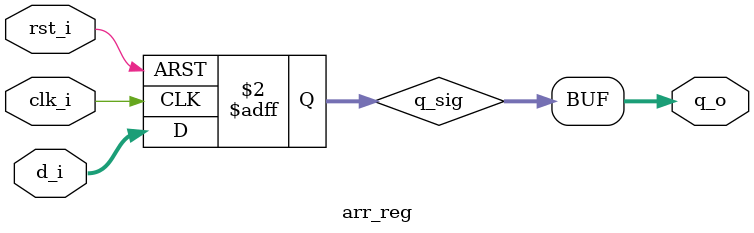
<source format=sv>
`timescale 1ns / 1ps


module arr_reg(
                input logic clk_i,
                input logic rst_i,
                
                input logic [511:0] d_i, //32bit x 16 elements in matrix.
                
               // input logic [3:0] arr_idx_i,
                
                output logic [511:0] q_o
               // output logic [31:0] q_elem_o
                );


logic [511:0] q_sig;  

always_ff @(posedge clk_i or posedge rst_i)
    if(rst_i)
        q_sig <= '0;
    else
        q_sig <= d_i;
//end

assign q_o = q_sig;

//slector logic

//always_comb begin

//    case (arr_idx_i)
        
    
//        4'b0000 : q_elem_o = q_sig[511:480];
        
//        4'b0001: q_elem_o = q_sig[479:448];
        
//        4'b0010: q_elem_o = q_sig[447:416];
        
//        4'b0011: q_elem_o = q_sig[415:384];
        
//        4'b0100: q_elem_o = q_sig[383:352];
        
//        4'b0101: q_elem_o = q_sig[351:320];
        
//        4'b0110: q_elem_o = q_sig[319:288];//
        
//        4'b0111: q_elem_o = q_sig[287:256]; //
        
//        4'b1000: q_elem_o = q_sig[255:224];
        
//        4'b1001: q_elem_o = q_sig[223:192];
        
//        4'b1010: q_elem_o = q_sig[191:160];
        
//        4'b1011: q_elem_o = q_sig[159:128];
        
//        4'b1100: q_elem_o = q_sig[127:96];
        
//        4'b1101: q_elem_o = q_sig[95:64];
        
//        4'b1110: q_elem_o = q_sig[63:32];
        
//        4'b1111: q_elem_o = q_sig[31:0];
        
//        default : q_elem_o = 0;
//      endcase
//end
endmodule        
</source>
